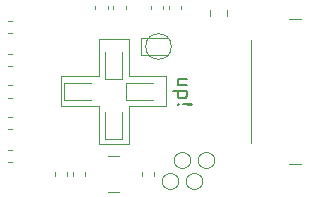
<source format=gbr>
G04 #@! TF.GenerationSoftware,KiCad,Pcbnew,5.1.6-c6e7f7d~86~ubuntu20.04.1*
G04 #@! TF.CreationDate,2020-05-29T14:13:17+02:00*
G04 #@! TF.ProjectId,atari-usb,61746172-692d-4757-9362-2e6b69636164,rev?*
G04 #@! TF.SameCoordinates,Original*
G04 #@! TF.FileFunction,Legend,Top*
G04 #@! TF.FilePolarity,Positive*
%FSLAX46Y46*%
G04 Gerber Fmt 4.6, Leading zero omitted, Abs format (unit mm)*
G04 Created by KiCad (PCBNEW 5.1.6-c6e7f7d~86~ubuntu20.04.1) date 2020-05-29 14:13:17*
%MOMM*%
%LPD*%
G01*
G04 APERTURE LIST*
%ADD10C,0.150000*%
%ADD11C,0.120000*%
%ADD12C,0.100000*%
G04 APERTURE END LIST*
D10*
X142751142Y-83883571D02*
X141951142Y-83883571D01*
X142751142Y-83369285D02*
X142122571Y-83369285D01*
X142008285Y-83426428D01*
X141951142Y-83540714D01*
X141951142Y-83712142D01*
X142008285Y-83826428D01*
X142065428Y-83883571D01*
X142751142Y-84455000D02*
X141551142Y-84455000D01*
X142694000Y-84455000D02*
X142751142Y-84569285D01*
X142751142Y-84797857D01*
X142694000Y-84912142D01*
X142636857Y-84969285D01*
X142522571Y-85026428D01*
X142179714Y-85026428D01*
X142065428Y-84969285D01*
X142008285Y-84912142D01*
X141951142Y-84797857D01*
X141951142Y-84569285D01*
X142008285Y-84455000D01*
X142065428Y-85540714D02*
X142008285Y-85597857D01*
X141951142Y-85540714D01*
X142008285Y-85483571D01*
X142065428Y-85540714D01*
X141951142Y-85540714D01*
X142408285Y-85540714D02*
X143094000Y-85483571D01*
X143151142Y-85540714D01*
X143094000Y-85597857D01*
X142408285Y-85540714D01*
X143151142Y-85540714D01*
D11*
X141421382Y-80645000D02*
G75*
G03*
X141421382Y-80645000I-1086382J0D01*
G01*
X135255000Y-80010000D02*
X135255000Y-83185000D01*
X137795000Y-80010000D02*
X135255000Y-80010000D01*
X137795000Y-83185000D02*
X137795000Y-80010000D01*
X140970000Y-83185000D02*
X137795000Y-83185000D01*
X140970000Y-85725000D02*
X140970000Y-83185000D01*
X137795000Y-85725000D02*
X140970000Y-85725000D01*
X137795000Y-88900000D02*
X137795000Y-85725000D01*
X135255000Y-88900000D02*
X137795000Y-88900000D01*
X135255000Y-85725000D02*
X135255000Y-88900000D01*
X132080000Y-85725000D02*
X135255000Y-85725000D01*
X132080000Y-83185000D02*
X132080000Y-85725000D01*
X135255000Y-83185000D02*
X132080000Y-83185000D01*
X142051000Y-92075000D02*
G75*
G03*
X142051000Y-92075000I-700000J0D01*
G01*
X145099000Y-90297000D02*
G75*
G03*
X145099000Y-90297000I-700000J0D01*
G01*
X143067000Y-90297000D02*
G75*
G03*
X143067000Y-90297000I-700000J0D01*
G01*
X144083000Y-92075000D02*
G75*
G03*
X144083000Y-92075000I-700000J0D01*
G01*
X141135000Y-79910000D02*
X138850000Y-79910000D01*
X138850000Y-79910000D02*
X138850000Y-81380000D01*
X138850000Y-81380000D02*
X141135000Y-81380000D01*
X134632500Y-83720000D02*
X132347500Y-83720000D01*
X132347500Y-83720000D02*
X132347500Y-85190000D01*
X132347500Y-85190000D02*
X134632500Y-85190000D01*
X139865000Y-83720000D02*
X137580000Y-83720000D01*
X137580000Y-83720000D02*
X137580000Y-85190000D01*
X137580000Y-85190000D02*
X139865000Y-85190000D01*
X135790000Y-86195000D02*
X135790000Y-88480000D01*
X135790000Y-88480000D02*
X137260000Y-88480000D01*
X137260000Y-88480000D02*
X137260000Y-86195000D01*
X135790000Y-81115000D02*
X135790000Y-83400000D01*
X135790000Y-83400000D02*
X137260000Y-83400000D01*
X137260000Y-83400000D02*
X137260000Y-81115000D01*
X140718000Y-77180221D02*
X140718000Y-77505779D01*
X139698000Y-77180221D02*
X139698000Y-77505779D01*
X131570000Y-91602779D02*
X131570000Y-91277221D01*
X132590000Y-91602779D02*
X132590000Y-91277221D01*
X142242000Y-77180221D02*
X142242000Y-77505779D01*
X141222000Y-77180221D02*
X141222000Y-77505779D01*
X137543000Y-77180221D02*
X137543000Y-77505779D01*
X136523000Y-77180221D02*
X136523000Y-77505779D01*
X136019000Y-77180221D02*
X136019000Y-77505779D01*
X134999000Y-77180221D02*
X134999000Y-77505779D01*
X127599221Y-78484000D02*
X127924779Y-78484000D01*
X127599221Y-79504000D02*
X127924779Y-79504000D01*
X127599221Y-81278000D02*
X127924779Y-81278000D01*
X127599221Y-82298000D02*
X127924779Y-82298000D01*
X127599221Y-83945000D02*
X127924779Y-83945000D01*
X127599221Y-84965000D02*
X127924779Y-84965000D01*
X127599221Y-86612000D02*
X127924779Y-86612000D01*
X127599221Y-87632000D02*
X127924779Y-87632000D01*
X127599221Y-89406000D02*
X127924779Y-89406000D01*
X127599221Y-90426000D02*
X127924779Y-90426000D01*
D12*
X136025000Y-92940000D02*
X136525000Y-92940000D01*
X136525000Y-92940000D02*
X137025000Y-92940000D01*
X136525000Y-89940000D02*
X137025000Y-89940000D01*
X136525000Y-89940000D02*
X136025000Y-89940000D01*
D11*
X144705000Y-78031078D02*
X144705000Y-77513922D01*
X146125000Y-78031078D02*
X146125000Y-77513922D01*
X139956000Y-91277221D02*
X139956000Y-91602779D01*
X138936000Y-91277221D02*
X138936000Y-91602779D01*
X134114000Y-91277221D02*
X134114000Y-91602779D01*
X133094000Y-91277221D02*
X133094000Y-91602779D01*
X148190000Y-80055000D02*
X148190000Y-88855000D01*
X151360000Y-78310000D02*
X152410000Y-78310000D01*
X151360000Y-90600000D02*
X152410000Y-90600000D01*
M02*

</source>
